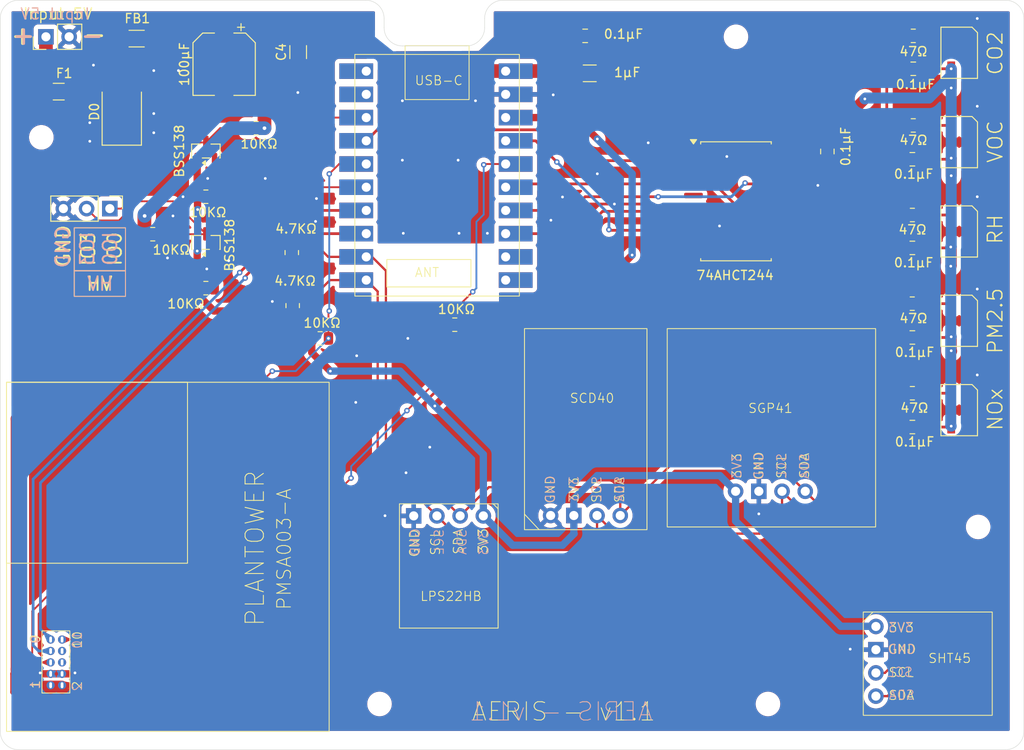
<source format=kicad_pcb>
(kicad_pcb (version 20241229) (generator "pcbnew") (generator_version "9.0")
  (layers (0 "F.Cu" signal) (2 "B.Cu" signal) (13 "F.Paste" user) (15 "B.Paste" user) (5 "F.SilkS" user "F.Silkscreen") (7 "B.SilkS" user "B.Silkscreen") (1 "F.Mask" user) (3 "B.Mask" user) (25 "Edge.Cuts" user))
  (net 0 "")
  (net 1 "+5V")
  (net 2 "GND")
  (net 3 "Net-(D2-DIN)")
  (net 4 "+3V3")
  (net 6 "Net-(D3-DIN)")
  (net 9 "Net-(D4-DIN)")
  (net 10 "Net-(D5-DIN)")
  (net 11 "SDA")
  (net 12 "SCL")
  (net 14 "Net-(J6-Pin_1)")
  (net 16 "GPIO19")
  (net 18 "RX")
  (net 19 "GPIO2")
  (net 20 "TX")
  (net 21 "GPIO14")
  (net 22 "GPIO3HV")
  (net 23 "GPIO0HV")
  (net 24 "GPIO0")
  (net 25 "GPIO3")
  (net 26 "CO2")
  (net 27 "VOC")
  (net 28 "RH")
  (net 29 "PM25")
  (net 30 "NOx")
  (net 31 "GPIO20")
  (net 32 "GPIO15")
  (net 33 "GPIO18")
  (net 34 "GPIO1")
  (net 45 "Net-(D0-A2)")
  (net 46 "Net-(D1-DIN)")
  (footprint "Resistor_SMD:R_0805_2012Metric" (layer "F.Cu") (at 57.5 59.5)
    (property "Reference" "R6" (hide yes))
    (property "Value" "10K" (hide yes))
  )
  (footprint "esp32-h2-supermini:SCD40-Breakout" (layer "F.Cu") (at 99.26 78.63)
    (property "Reference" "J4" (hide yes))
    (property "Value" "SCD40" (hide yes))
  )
  (footprint "MountingHole:MountingHole_2.2mm_M2" (layer "F.Cu") (at 39.5 43 90)
    (property "Reference" "H3" (hide yes))
    (property "Value" "MountingHole" (hide yes))
  )
  (footprint "Connector_PinHeader_2.54mm:PinHeader_1x03_P2.54mm_Vertical" (layer "F.Cu") (at 46.99 50.8 -90)
    (property "Reference" "J7" (hide yes))
    (property "Value" "OUT" (hide yes))
  )
  (footprint "Resistor_SMD:R_0805_2012Metric" (layer "F.Cu") (at 84.7325 63.5)
    (property "Reference" "R4" (hide yes))
    (property "Value" "10K" (hide yes))
  )
  (footprint "esp32-h2-supermini:LED_SK6812MINI_PLCC4_3.5x3.5mm_P1.75mm" (layer "F.Cu") (at 139.925 33.75 90)
    (property "Reference" "D1" (hide yes))
    (property "Value" "SK6812MINI" (hide yes))
  )
  (footprint "MountingHole:MountingHole_2.2mm_M2" (layer "F.Cu") (at 119 105 90)
    (property "Reference" "H1" (hide yes))
    (property "Value" "MountingHole" (hide yes))
  )
  (footprint "Fuse:Fuse_1206_3216Metric" (layer "F.Cu") (at 41.4 38)
    (property "Reference" "F1")
    (property "Value" "Fuse_Small" (hide yes))
  )
  (footprint "Connector_PinHeader_2.54mm:PinHeader_1x02_P2.54mm_Vertical" (layer "F.Cu") (at 40 32 90)
    (property "Reference" "J6" (hide yes))
    (property "Value" "USB-C Input" (hide yes))
  )
  (footprint "Package_TO_SOT_SMD:SOT-23" (layer "F.Cu") (at 57.5 54.5 90)
    (property "Reference" "Q2" (hide yes))
    (property "Value" "BSS138")
  )
  (footprint "Capacitor_SMD:C_0805_2012Metric" (layer "F.Cu") (at 134.8 64.9 180)
    (property "Reference" "C6" (hide yes))
    (property "Value" "0.1µF" (hide yes))
  )
  (footprint "MountingHole:MountingHole_2.2mm_M2" (layer "F.Cu") (at 76.5 105)
    (property "Reference" "H5" (hide yes))
    (property "Value" "MountingHole" (hide yes))
  )
  (footprint "Resistor_SMD:R_0805_2012Metric" (layer "F.Cu") (at 134.8 51.5)
    (property "Reference" "R11" (hide yes))
    (property "Value" "47R" (hide yes))
  )
  (footprint "Capacitor_SMD:CP_Elec_6.3x5.9" (layer "F.Cu") (at 59.5 35 -90)
    (property "Reference" "C3" (hide yes))
    (property "Value" "100µF")
  )
  (footprint "Resistor_SMD:R_0805_2012Metric" (layer "F.Cu") (at 134.9 31.9)
    (property "Reference" "R9" (hide yes))
    (property "Value" "47R" (hide yes))
  )
  (footprint "esp32-h2-supermini:LED_SK6812MINI_PLCC4_3.5x3.5mm_P1.75mm" (layer "F.Cu") (at 139.925 63.075 90)
    (property "Reference" "D4" (hide yes))
    (property "Value" "SK6812MINI" (hide yes))
  )
  (footprint "esp32-h2-supermini:SHT45-Breakout" (layer "F.Cu") (at 136.56 100.56 -90)
    (property "Reference" "J2" (hide yes))
    (property "Value" "SHT45")
  )
  (footprint "esp32-h2-supermini:SGP41-Breakout" (layer "F.Cu") (at 119.38 74.93)
    (property "Reference" "J5" (hide yes))
    (property "Value" "SGP41" (hide yes))
  )
  (footprint "Inductor_SMD:L_1206_3216Metric" (layer "F.Cu") (at 49.925 32.2 180)
    (property "Reference" "FB1")
    (property "Value" "FerriteBead" (hide yes))
  )
  (footprint "MountingHole:MountingHole_2.2mm_M2" (layer "F.Cu") (at 142 85.63 90)
    (property "Reference" "H2" (hide yes))
    (property "Value" "MountingHole" (hide yes))
  )
  (footprint "Capacitor_SMD:C_1206_3216Metric" (layer "F.Cu") (at 67.6 33.675 90)
    (property "Reference" "C4")
    (property "Value" "22µF")
  )
  (footprint "Capacitor_SMD:C_0805_2012Metric" (layer "F.Cu") (at 125.5 44.55 -90)
    (property "Reference" "C10" (hide yes))
    (property "Value" "0.1µF")
  )
  (footprint "MountingHole:MountingHole_2.2mm_M2" (layer "F.Cu") (at 115.5 32 90)
    (property "Reference" "H4" (hide yes))
    (property "Value" "MountingHole" (hide yes))
  )
  (footprint "Capacitor_SMD:C_1206_3216Metric" (layer "F.Cu") (at 99.5 36)
    (property "Reference" "C1" (hide yes))
    (property "Value" "1µF")
  )
  (footprint "Capacitor_SMD:C_0805_2012Metric" (layer "F.Cu") (at 99 31.9)
    (property "Reference" "C2" (hide yes))
    (property "Value" "0.1µF")
  )
  (footprint "esp32-h2-supermini:LED_SK6812MINI_PLCC4_3.5x3.5mm_P1.75mm" (layer "F.Cu") (at 139.925 43.525 90)
    (property "Reference" "D2" (hide yes))
    (property "Value" "SK6812MINI" (hide yes))
  )
  (footprint "esp32-h2-supermini:ESP32C6-Supermini" (layer "F.Cu") (at 73.8 60.37)
    (property "Reference" "U1" (hide yes))
    (property "Value" "ESP32-C6-SUPERMINI")
  )
  (footprint "esp32-h2-supermini:PLANTOWER_PMSA003-A" (layer "F.Cu") (at 53.34 88.9 90)
    (property "Reference" "J1" (hide yes))
    (property "Value" "PMSA003A" (hide yes))
  )
  (footprint "esp32-h2-supermini:LED_SK6812MINI_PLCC4_3.5x3.5mm_P1.75mm" (layer "F.Cu") (at 139.925 72.85 90)
    (property "Reference" "D5" (hide yes))
    (property "Value" "SK6812MINI" (hide yes))
  )
  (footprint "Resistor_SMD:R_0805_2012Metric" (layer "F.Cu") (at 70 65 180)
    (property "Reference" "R3" (hide yes))
    (property "Value" "10K" (hide yes))
  )
  (footprint "Resistor_SMD:R_0805_2012Metric" (layer "F.Cu") (at 134.9 41.7)
    (property "Reference" "R10" (hide yes))
    (property "Value" "47R" (hide yes))
  )
  (footprint "Diode_SMD:D_SMB" (layer "F.Cu") (at 48.3 40.2 90)
    (property "Reference" "D0")
    (property "Value" "D_TVS" (hide yes))
  )
  (footprint "Resistor_SMD:R_0805_2012Metric" (layer "F.Cu") (at 51.6875 53.6)
    (property "Reference" "R8" (hide yes))
    (property "Value" "10K" (hide yes))
  )
  (footprint "esp32-h2-supermini:LED_SK6812MINI_PLCC4_3.5x3.5mm_P1.75mm" (layer "F.Cu") (at 139.925 53.3 90)
    (property "Reference" "D3" (hide yes))
    (property "Value" "SK6812MINI" (hide yes))
  )
  (footprint "Package_SO:SOIC-20W_7.5x12.8mm_P1.27mm" (layer "F.Cu") (at 115.5 50)
    (property "Reference" "U2" (hide yes))
    (property "Value" "74AHCT244")
  )
  (footprint "Package_TO_SOT_SMD:SOT-23" (layer "F.Cu") (at 57.5 44.5 90)
    (property "Reference" "Q1" (hide yes))
    (property "Value" "BSS138")
  )
  (footprint "Resistor_SMD:R_0805_2012Metric" (layer "F.Cu") (at 66.9 55.6125 90)
    (property "Reference" "R1" (hide yes))
    (property "Value" "4.7K" (hide yes))
  )
  (footprint "Resistor_SMD:R_0805_2012Metric" (layer "F.Cu") (at 134.8 71)
    (property "Reference" "R13" (hide yes))
    (property "Value" "47R" (hide yes))
  )
  (footprint "Capacitor_SMD:C_0805_2012Metric" (layer "F.Cu") (at 134.8 74.7 180)
    (property "Reference" "C7" (hide yes))
    (property "Value" "0.1µF" (hide yes))
  )
  (footprint "Resistor_SMD:R_0805_2012Metric" (layer "F.Cu") (at 134.7875 61.2)
    (property "Reference" "R12" (hide yes))
    (property "Value" "47R" (hide yes))
  )
  (footprint "Resistor_SMD:R_0805_2012Metric" (layer "F.Cu") (at 57.5 49.5)
    (property "Reference" "R5" (hide yes))
    (property "Value" "10K" (hide yes))
  )
  (footprint "Capacitor_SMD:C_0805_2012Metric" (layer "F.Cu") (at 134.8 55.1 180)
    (property "Reference" "C5" (hide yes))
    (property "Value" "0.1µF" (hide yes))
  )
  (footprint "esp32-h2-supermini:LPS22HB-Breakout" (layer "F.Cu") (at 83.82 90.17 180)
    (property "Reference" "J3" (hide yes))
    (property "Value" "LPS22HB" (hide yes))
  )
  (footprint "Resistor_SMD:R_0805_2012Metric" (layer "F.Cu") (at 63 42 180)
    (property "Reference" "R7" (hide yes))
    (property "Value" "10K" (hide yes))
  )
  (footprint "Capacitor_SMD:C_0805_2012Metric" (layer "F.Cu") (at 134.8 45.4 180)
    (property "Reference" "C9" (hide yes))
    (property "Value" "0.1µF" (hide yes))
  )
  (footprint "Resistor_SMD:R_0805_2012Metric" (layer "F.Cu") (at 67 61.4125 -90)
    (property "Reference" "R2" (hide yes))
    (property "Value" "4.7K" (hide yes))
  )
  (footprint "Capacitor_SMD:C_0805_2012Metric" (layer "F.Cu") (at 134.9 35.5 180)
    (property "Reference" "C8" (hide yes))
    (property "Value" "0.1µF" (hide yes))
  )
  (gr_line (start 73.9 51.1) (end 74 51) (stroke (width 0.2)) (layer "F.Cu") (net 20))
  (gr_rect (start 43.1 57.6) (end 48.7 60.4) (stroke (width 0.1)) (fill no) (layer "F.SilkS"))
  (gr_rect (start 43.1 52.9) (end 48.7 57.6) (stroke (width 0.1)) (fill no) (layer "F.SilkS"))
  (gr_rect (start 43.1 52.9) (end 48.7 57.6) (stroke (width 0.1)) (fill no) (layer "B.SilkS"))
  (gr_rect (start 43.1 57.6) (end 48.7 60.4) (stroke (width 0.1)) (fill no) (layer "B.SilkS"))
  (gr_arc (start 147 108) (mid 146.414214 109.414214) (end 145 110) (stroke (width 0.05)) (layer "Edge.Cuts"))
  (gr_arc (start 35 30) (mid 35.585786 28.585786) (end 37 28) (stroke (width 0.05)) (layer "Edge.Cuts"))
  (gr_arc (start 145 28) (mid 146.414214 28.585786) (end 147 30) (stroke (width 0.05)) (layer "Edge.Cuts"))
  (gr_arc (start 79 33.0001) (mid 77.578662 32.407195) (end 77 30.98) (stroke (width 0.05)) (layer "Edge.Cuts"))
  (gr_line (start 145 110) (end 37 110) (stroke (width 0.05)) (layer "Edge.Cuts"))
  (gr_arc (start 75 28) (mid 76.414214 28.585786) (end 77 30) (stroke (width 0.05)) (layer "Edge.Cuts"))
  (gr_arc (start 88 30) (mid 88.585786 28.585786) (end 90 28) (stroke (width 0.05)) (layer "Edge.Cuts"))
  (gr_line (start 145 28) (end 90 28) (stroke (width 0.05)) (layer "Edge.Cuts"))
  (gr_arc (start 37 110) (mid 35.585786 109.414214) (end 35 108) (stroke (width 0.05)) (layer "Edge.Cuts"))
  (gr_line (start 35 30) (end 35 108) (stroke (width 0.05)) (layer "Edge.Cuts"))
  (gr_line (start 77 30) (end 77 30.98) (stroke (width 0.05)) (layer "Edge.Cuts"))
  (gr_line (start 88 31) (end 88 30) (stroke (width 0.05)) (layer "Edge.Cuts"))
  (gr_line (start 37 28) (end 75 28) (stroke (width 0.05)) (layer "Edge.Cuts"))
  (gr_line (start 79 33.0001) (end 86 33) (stroke (width 0.05)) (layer "Edge.Cuts"))
  (gr_line (start 147 30) (end 147 108) (stroke (width 0.05)) (layer "Edge.Cuts"))
  (gr_arc (start 88 31) (mid 87.414214 32.414214) (end 86 33) (stroke (width 0.05)) (layer "Edge.Cuts"))
  (gr_text "4.7KΩ" (at 64.9 59.3 0) (layer "F.SilkS") (effects (font (size 1 1)) (justify left bottom)))
  (gr_text "0.1µF" (at 132.8 67.1 0) (layer "F.SilkS") (effects (font (size 1 1)) (justify left bottom)))
  (gr_text "0.1µF" (at 132.8 76.9 0) (layer "F.SilkS") (effects (font (size 1 1)) (justify left bottom)))
  (gr_text "47Ω" (at 133.3 43.9 0) (layer "F.SilkS") (effects (font (size 1 1)) (justify left bottom)))
  (gr_text "10KΩ" (at 55.6 51.8 0) (layer "F.SilkS") (effects (font (size 1 1)) (justify left bottom)))
  (gr_text "47Ω" (at 133.2 53.7 0) (layer "F.SilkS") (effects (font (size 1 1)) (justify left bottom)))
  (gr_text "10KΩ" (at 51.6 55.9 0) (layer "F.SilkS") (effects (font (size 1 1)) (justify left bottom)))
  (gr_text "0.1µF" (at 132.7 57.3 0) (layer "F.SilkS") (effects (font (size 1 1)) (justify left bottom)))
  (gr_text "47Ω" (at 133.3 34.2 0) (layer "F.SilkS") (effects (font (size 1 1)) (justify left bottom)))
  (gr_text "10KΩ" (at 53.2 61.8 0) (layer "F.SilkS") (effects (font (size 1 1)) (justify left bottom)))
  (gr_text "NOx" (at 144.8 75.2 90) (layer "F.SilkS") (effects (font (size 1.6 1.6)) (justify left bottom)))
  (gr_text "-" (at 43.9 32.9 0) (layer "F.SilkS") (effects (font (size 2 2) (thickness 0.3) (bold yes)) (justify left bottom)))
  (gr_text "10KΩ" (at 61.2 44.3 0) (layer "F.SilkS") (effects (font (size 1 1)) (justify left bottom)))
  (gr_text "PM2.5" (at 144.8 66.8 90) (layer "F.SilkS") (effects (font (size 1.6 1.6)) (justify left bottom)))
  (gr_text "10KΩ" (at 82.8 62.4 0) (layer "F.SilkS") (effects (font (size 1 1)) (justify left bottom)))
  (gr_text "HV" (at 44.3 59.9 0) (layer "F.SilkS") (effects (font (size 1.5 1.5) (thickness 0.2)) (justify left bottom)))
  (gr_text "VOC" (at 144.8 45.9 90) (layer "F.SilkS") (effects (font (size 1.6 1.6)) (justify left bottom)))
  (gr_text "GND" (at 42.8 57.3 90) (layer "F.SilkS") (effects (font (size 1.5 1.5) (thickness 0.2)) (justify left bottom)))
  (gr_text "CO2" (at 144.8 36.3 90) (layer "F.SilkS") (effects (font (size 1.6 1.6)) (justify left bottom)))
  (gr_text "0.1µF" (at 132.9 37.8 0) (layer "F.SilkS") (effects (font (size 1 1)) (justify left bottom)))
  (gr_text "47Ω" (at 133.3 63.4 0) (layer "F.SilkS") (effects (font (size 1 1)) (justify left bottom)))
  (gr_text "IO0" (at 48.4 57.2 90) (layer "F.SilkS") (effects (font (size 1.5 1.5) (thickness 0.2)) (justify left bottom)))
  (gr_text "10KΩ" (at 68.1 63.9 0) (layer "F.SilkS") (effects (font (size 1 1)) (justify left bottom)))
  (gr_text "0.1µF" (at 132.7 47.6 0) (layer "F.SilkS") (effects (font (size 1 1)) (justify left bottom)))
  (gr_text "Input 5V" (at 37.4 30.2 0) (layer "F.SilkS") (effects (font (size 1.2 1.2)) (justify left bottom)))
  (gr_text "+" (at 36 33 0) (layer "F.SilkS") (effects (font (size 2 2) (thickness 0.3) (bold yes)) (justify left bottom)))
  (gr_text "RH" (at 144.8 54.8 90) (layer "F.SilkS") (effects (font (size 1.6 1.6)) (justify left bottom)))
  (gr_text "4.7KΩ" (at 65 53.6 0) (layer "F.SilkS") (effects (font (size 1 1)) (justify left bottom)))
  (gr_text "47Ω" (at 133.4 73.2 0) (layer "F.SilkS") (effects (font (size 1 1)) (justify left bottom)))
  (gr_text "IO3" (at 45.5 57.2 90) (layer "F.SilkS") (effects (font (size 1.5 1.5) (thickness 0.2)) (justify left bottom)))
  (gr_text "AERIS - v1.1" (at 86.5 107 0) (layer "F.SilkS") (effects (font (size 2 2) (thickness 0.1)) (justify left bottom)))
  (gr_text "2" (at 44 102.6 90) (layer "B.SilkS") (effects (font (size 1 1) (thickness 0.1)) (justify left bottom mirror)))
  (gr_text "SCL" (at 100.859 80 90) (layer "B.SilkS") (effects (font (size 1 1) (thickness 0.1)) (justify left bottom mirror)))
  (gr_text "GND" (at 118.579 77.4 90) (layer "B.SilkS") (effects (font (size 1 1) (thickness 0.1)) (justify left bottom mirror)))
  (gr_text "SDA" (at 123.579 77.5 90) (layer "B.SilkS") (effects (font (size 1 1) (thickness 0.1)) (justify left bottom mirror)))
  (gr_text "SCL" (at 134.9 102.1 0) (layer "B.SilkS") (effects (font (size 1 1) (thickness 0.1)) (justify left bottom mirror)))
  (gr_text "HV" (at 47.5 59.9 -0) (layer "B.SilkS") (effects (font (size 1.5 1.5) (thickness 0.2)) (justify left bottom mirror)))
  (gr_text "3V3" (at 135 97.2 0) (layer "B.SilkS") (effects (font (size 1 1) (thickness 0.1)) (justify left bottom mirror)))
  (gr_text "-" (at 46.5 33 -0) (layer "B.SilkS") (effects (font (size 2 2) (thickness 0.3) (bold yes)) (justify left bottom mirror)))
  (gr_text "GND" (at 42.7 52.6 90) (layer "B.SilkS") (effects (font (size 1.5 1.5) (thickness 0.2)) (justify left bottom mirror)))
  (gr_text "Input 5V" (at 44.9 30.2 0) (layer "B.SilkS") (effects (font (size 1.2 1.2)) (justify left bottom mirror)))
  (gr_text "GND" (at 81 85.7 90) (layer "B.SilkS") (effects (font (size 1 1) (thickness 0.1)) (justify left bottom mirror)))
  (gr_text "AERIS - v1.1" (at 106.5 107 0) (layer "B.SilkS") (effects (font (size 2 2) (thickness 0.1)) (justify left bottom mirror)))
  (gr_text "IO0" (at 47.9 53.2 90) (layer "B.SilkS") (effects (font (size 1.5 1.5) (thickness 0.2)) (justify left bottom mirror)))
  (gr_text "SCL" (at 83.6 85.8 90) (layer "B.SilkS") (effects (font (size 1 1) (thickness 0.1)) (justify left bottom mirror)))
  (gr_text "GND" (at 135.2 99.6 0) (layer "B.SilkS") (effects (font (size 1 1) (thickness 0.1)) (justify left bottom mirror)))
  (gr_text "1" (at 39.4 102.4 90) (layer "B.SilkS") (effects (font (size 1 1) (thickness 0.1)) (justify left bottom mirror)))
  (gr_text "SCL" (at 121.079 77.5 90) (layer "B.SilkS") (effects (font (size 1 1) (thickness 0.1)) (justify left bottom mirror)))
  (gr_text "3V3" (at 116.179 77.5 90) (layer "B.SilkS") (effects (font (size 1 1) (thickness 0.1)) (justify left bottom mirror)))
  (gr_text "9" (at 39.5 97.4 90) (layer "B.SilkS") (effects (font (size 1 1) (thickness 0.1)) (justify left bottom mirror)))
  (gr_text "10" (at 44 97 90) (layer "B.SilkS") (effects (font (size 1 1) (thickness 0.1)) (justify left bottom mirror)))
  (gr_text "GND" (at 95.779 79.92 90) (layer "B.SilkS") (effects (font (size 1 1) (thickness 0.1)) (justify left bottom mirror)))
  (gr_text "3V3" (at 98.379 80.02 90) (layer "B.SilkS") (effects (font (size 1 1) (thickness 0.1)) (justify left bottom mirror)))
  (gr_text "SDA" (at 135.1 104.6 0) (layer "B.SilkS") (effects (font (size 1 1) (thickness 0.1)) (justify left bottom mirror)))
  (gr_text "SDA" (at 103.359 80 90) (layer "B.SilkS") (effects (font (size 1 1) (thickness 0.1)) (justify left bottom mirror)))
  (gr_text "+" (at 39 33 -0) (layer "B.SilkS") (effects (font (size 2 2) (thickness 0.3) (bold yes)) (justify left bottom mirror)))
  (gr_text "SDA" (at 86.1 85.8 90) (layer "B.SilkS") (effects (font (size 1 1) (thickness 0.1)) (justify left bottom mirror)))
  (gr_text "3V3" (at 88.5 85.9 90) (layer "B.SilkS") (effects (font (size 1 1) (thickness 0.1)) (justify left bottom mirror)))
  (gr_text "IO3" (at 45.4 53.2 90) (layer "B.SilkS") (effects (font (size 1.5 1.5) (thickness 0.2)) (justify left bottom mirror)))
  (segment (start 102.3 41.2) (end 98.025 36.925) (width 1.5) (layer "F.Cu") (net 1))
  (segment (start 37.95 102.95) (end 37.25 102.25) (width 1.5) (layer "F.Cu") (net 1))
  (segment (start 139.05 57.05) (end 139 57.1) (width 1.2) (layer "F.Cu") (net 1))
  (segment (start 138.975 64.9) (end 139.05 64.825) (width 0.3) (layer "F.Cu") (net 1))
  (segment (start 36.9 73.8) (end 50.775 59.925) (width 1.5) (layer "F.Cu") (net 1))
  (segment (start 138.95 74.7) (end 139.05 74.6) (width 0.3) (layer "F.Cu") (net 1))
  (segment (start 139.05 55.05) (end 139.05 57.05) (width 1.2) (layer "F.Cu") (net 1))
  (segment (start 64.1 32.2) (end 67.4 32.2) (width 1.5) (layer "F.Cu") (net 1))
  (segment (start 43.15 102.95) (end 41.765 102.95) (width 0.6) (layer "F.Cu") (net 1))
  (segment (start 67.4 32.2) (end 74.9 32.2) (width 1.5) (layer "F.Cu") (net 1))
  (segment (start 43.2 103) (end 43.15 102.95) (width 0.6) (layer "F.Cu") (net 1))
  (segment (start 38.8 103.7) (end 41.9 103.7) (width 0.6) (layer "F.Cu") (net 1))
  (segment (start 135.75 64.9) (end 138.975 64.9) (width 0.3) (layer "F.Cu") (net 1))
  (segment (start 42.6 103.6) (end 43.2 103) (width 0.6) (layer "F.Cu") (net 1))
  (segment (start 139.05 45.275) (end 139.05 47.2) (width 1.2) (layer "F.Cu") (net 1))
  (segment (start 125.5 42.9) (end 129.6 38.8) (width 1.2) (layer "F.Cu") (net 1))
  (segment (start 50.775 53.6) (end 50.775 51.625) (width 1.5) (layer "F.Cu") (net 1))
  (segment (start 74.9 32.2) (end 78.45 35.75) (width 1.5) (layer "F.Cu") (net 1))
  (segment (start 38.5 103.7) (end 38.8 103.7) (width 0.6) (layer "F.Cu") (net 1))
  (segment (start 37 103.7) (end 36.4 103.7) (width 0.6) (layer "F.Cu") (net 1))
  (segment (start 118.15 43.65) (end 115.7 41.2) (width 1.5) (layer "F.Cu") (net 1))
  (segment (start 120.754 43.6) (end 125.5 43.6) (width 1.5) (layer "F.Cu") (net 1))
  (segment (start 135.75 74.7) (end 138.95 74.7) (width 0.3) (layer "F.Cu") (net 1))
  (segment (start 38.8 103.7) (end 38.7 103.7) (width 0.6) (layer "F.Cu") (net 1))
  (segment (start 139.05 37.6) (end 139.05 35.5) (width 1.2) (layer "F.Cu") (net 1))
  (segment (start 98.05 35.975) (end 98.025 36) (width 1.5) (layer "F.Cu") (net 1))
  (segment (start 36.4 103.7) (end 36.4 101.7) (width 0.6) (layer "F.Cu") (net 1))
  (segment (start 139 55.1) (end 139.05 55.05) (width 0.3) (layer "F.Cu") (net 1))
  (segment (start 135.75 55.1) (end 139 55.1) (width 0.3) (layer "F.Cu") (net 1))
  (segment (start 139.1 66.4) (end 139.05 66.35) (width 1.2) (layer "F.Cu") (net 1))
  (segment (start 98.025 36.925) (end 98.025 36) (width 1.5) (layer "F.Cu") (net 1))
  (segment (start 50.775 51.625) (end 50.8 51.6) (width 1.5) (layer "F.Cu") (net 1))
  (segment (start 97.775 35.75) (end 98.025 36) (width 1.5) (layer "F.Cu") (net 1))
  (segment (start 63.9125 42) (end 63.9125 32.3875) (width 1.5) (layer "F.Cu") (net 1))
  (segment (start 98.05 31.9) (end 98.05 35.975) (width 1.5) (layer "F.Cu") (net 1))
  (segment (start 78.45 35.75) (end 97.775 35.75) (width 1.5) (layer "F.Cu") (net 1))
  (segment (start 40.515 102.95) (end 37.95 102.95) (width 1) (layer "F.Cu") (net 1))
  (segment (start 37.95 103.15) (end 38.5 103.7) (width 0.6) (layer "F.Cu") (net 1))
  (segment (start 115.7 41.2) (end 102.3 41.2) (width 1.5) (layer "F.Cu") (net 1))
  (segment (start 36.9 101.9) (end 36.9 101.2) (width 1.5) (layer "F.Cu") (net 1))
  (segment (start 50.775 59.925) (end 50.775 53.6) (width 1.5) (layer "F.Cu") (net 1))
  (segment (start 118.15 43.65) (end 120.704 43.65) (width 1.5) (layer "F.Cu") (net 1))
  (segment (start 63.9125 32.3875) (end 64.1 32.2) (width 1.5) (layer "F.Cu") (net 1))
  (segment (start 51.5 32.2) (end 59.5 32.2) (width 1.5) (layer "F.Cu") (net 1))
  (segment (start 37.95 102.95) (end 37.95 103.15) (width 0.6) (layer "F.Cu") (net 1))
  (segment (start 59.5 32.2) (end 64.1 32.2) (width 1.5) (layer "F.Cu") (net 1))
  (segment (start 135.75 45.4) (end 138.925 45.4) (width 0.3) (layer "F.Cu") (net 1))
  (segment (start 139.05 64.825) (end 139.05 66.35) (width 1.2) (layer "F.Cu") (net 1))
  (segment (start 41.765 102.95) (end 40.515 102.95) (width 1) (layer "F.Cu") (net 1))
  (segment (start 37 102.5) (end 37.25 102.25) (width 0.6) (layer "F.Cu") (net 1))
  (segment (start 37.25 102.25) (end 36.9 101.9) (width 1.5) (layer "F.Cu") (net 1))
  (segment (start 135.85 35.5) (end 139.05 35.5) (width 0.3) (layer "F.Cu") (net 1))
  (segment (start 42 103.6) (end 42.6 103.6) (width 0.6) (layer "F.Cu") (net 1))
  (segment (start 36.4 101.7) (end 36.9 101.2) (width 0.6) (layer "F.Cu") (net 1))
  (segment (start 120.704 43.65) (end 120.754 43.6) (width 1.5) (layer "F.Cu") (net 1))
  (segment (start 41.9 103.7) (end 42 103.6) (width 0.6) (layer "F.Cu") (net 1))
  (segment (start 38.7 103.7) (end 36.9 101.9) (width 0.6) (layer "F.Cu") (net 1))
  (segment (start 125.5 43.6) (end 125.5 43.3) (width 0.2) (layer "F.Cu") (net 1))
  (segment (start 37 103.7) (end 37 102.5) (width 0.6) (layer "F.Cu") (net 1))
  (segment (start 138.925 45.4) (end 139.05 45.275) (width 0.3) (layer "F.Cu") (net 1))
  (segment (start 38.5 103.7) (end 37 103.7) (width 0.6) (layer "F.Cu") (net 1))
  (segment (start 36.9 101.2) (end 36.9 73.8) (width 1.5) (layer "F.Cu") (net 1))
  (segment (start 125.5 43.6) (end 125.5 42.9) (width 1.2) (layer "F.Cu") (net 1))
  (via (at 139.05 37.6) (size 0.6) (drill 0.3) (layers "F.Cu" "B.Cu") (net 1))
  (via (at 63.9125 42) (size 0.8) (drill 0.4) (layers "F.Cu" "B.Cu") (net 1))
  (via (at 139 55) (size 0.6) (drill 0.3) (layers "F.Cu" "B.Cu") (net 1))
  (via (at 139.05 64.825) (size 0.6) (drill 0.3) (layers "F.Cu" "B.Cu") (net 1))
  (via (at 139.05 45.275) (size 0.6) (drill 0.3) (layers "F.Cu" "B.Cu") (net 1))
  (via (at 50.8 51.6) (size 0.8) (drill 0.4) (layers "F.Cu" "B.Cu") (net 1))
  (via (at 139.05 66.35) (size 0.6) (drill 0.3) (layers "F.Cu" "B.Cu") (net 1))
  (via (at 129.6 38.8) (size 0.6) (drill 0.3) (layers "F.Cu" "B.Cu") (net 1))
  (via (at 139.05 47.2) (size 0.6) (drill 0.3) (layers "F.Cu" "B.Cu") (net 1))
  (via (at 139 57.1) (size 0.6) (drill 0.3) (layers "F.Cu" "B.Cu") (net 1))
  (via (at 139.05 74.6) (size 0.6) (drill 0.3) (layers "F.Cu" "B.Cu") (net 1))
  (via (at 139.05 35.5) (size 0.6) (drill 0.3) (layers "F.Cu" "B.Cu") (net 1))
  (segment (start 129.6 38.8) (end 129.7 38.7) (width 1.2) (layer "B.Cu") (net 1))
  (segment (start 139 64.775) (end 139 74.55) (width 1.2) (layer "B.Cu") (net 1))
  (segment (start 63.9125 42) (end 60.2 42) (width 1.5) (layer "B.Cu") (net 1))
  (segment (start 139.05 54.95) (end 139 55) (width 1.2) (layer "B.Cu") (net 1))
  (segment (start 50.8 51.4) (end 50.8 51.6) (width 1.5) (layer "B.Cu") (net 1))
  (segment (start 139.05 36.25) (end 139.05 35.5) (width 1.2) (layer "B.Cu") (net 1))
  (segment (start 139 74.55) (end 139.05 74.6) (width 1.2) (layer "B.Cu") (net 1))
  (segment (start 139 64.775) (end 139.05 64.825) (width 1.2) (layer "B.Cu") (net 1))
  (segment (start 136.6 38.7) (end 139.05 36.25) (width 1.2) (layer "B.Cu") (net 1))
  (segment (start 129.7 38.7) (end 136.6 38.7) (width 1.2) (layer "B.Cu") (net 1))
  (segment (start 60.2 42) (end 50.8 51.4) (width 1.5) (layer "B.Cu") (net 1))
  (segment (start 139 55) (end 139 64.775) (width 1.2) (layer "B.Cu") (net 1))
  (segment (start 139.05 35.5) (end 139.05 45.275) (width 1.2) (layer "B.Cu") (net 1))
  (segment (start 139.05 45.275) (end 139.05 54.95) (width 1.2) (layer "B.Cu") (net 1))
  (segment (start 40.515 101.7) (end 39.47 101.7) (width 0.8) (layer "F.Cu") (net 2))
  (segment (start 40.515 101.7) (end 41.765 101.7) (width 0.8) (layer "F.Cu") (net 2))
  (segment (start 41.765 101.7) (end 43.08 101.7) (width 0.8) (layer "F.Cu") (net 2))
  (segment (start 39.47 101.7) (end 39.37 101.6) (width 0.2) (layer "F.Cu") (net 2))
  (segment (start 43.08 101.7) (end 43.18 101.6) (width 0.2) (layer "F.Cu") (net 2))
  (via (at 74 66.9) (size 0.6) (drill 0.3) (layers "F.Cu" "B.Cu") (net 2))
  (via (at 79.6 65) (size 0.6) (drill 0.3) (layers "F.Cu" "B.Cu") (net 2))
  (via (at 77.1 84.4) (size 0.6) (drill 0.3) (layers "F.Cu" "B.Cu") (net 2))
  (via (at 114.5 45.1) (size 0.6) (drill 0.3) (layers "F.Cu" "B.Cu") (net 2))
  (via (at 102.2 50.3) (size 0.6) (drill 0.3) (layers "F.Cu" "B.Cu") (net 2))
  (via (at 79 39) (size 0.6) (drill 0.3) (layers "F.Cu" "B.Cu") (net 2))
  (via (at 45.2 35.1) (size 0.6) (drill 0.3) (layers "F.Cu" "B.Cu") (net 2))
  (via (at 69.5 52.2) (size 0.6) (drill 0.3) (layers "F.Cu" "B.Cu") (net 2))
  (via (at 141.9 49.5) (size 0.6) (drill 0.3) (layers "F.Cu" "B.Cu") (net 2))
  (via (at 55 49.5) (size 0.6) (drill 0.3) (layers "F.Cu" "B.Cu") (net 2))
  (via (at 57.6 57.4) (size 0.6) (drill 0.3) (layers "F.Cu" "B.Cu") (net 2))
  (via (at 82 76.9) (size 0.6) (drill 0.3) (layers "F.Cu" "B.Cu") (net 2))
  (via (at 64.77 60.96) (size 0.6) (drill 0.3) (layers "F.Cu" "B.Cu") (net 2))
  (via (at 85.1 45.5) (size 0.6) (drill 0.3) (layers "F.Cu" "B.Cu") (net 2))
  (via (at 73.9 72) (size 0.6) (drill 0.3) (layers "F.Cu" "B.Cu") (net 2))
  (via (at 128 99) (size 0.6) (drill 0.3) (layers "F.Cu" "B.Cu") (net 2))
  (via (at 141.9 59.6) (size 0.6) (drill 0.3) (layers "F.Cu" "B.Cu") (net 2))
  (via (at 54.5 35.7) (size 0.6) (drill 0.3) (layers "F.Cu" "B.Cu") (net 2))
  (via (at 100.33 46.99) (size 0.6) (drill 0.3) (layers "F.Cu" "B.Cu") (net 2))
  (via (at 69.6 49.7) (size 0.6) (drill 0.3) (layers "F.Cu" "B.Cu") (net 2))
  (via (at 39.37 101.6) (size 0.6) (drill 0.3) (layers "F.Cu" "B.Cu") (net 2))
  (via (at 60 56.5) (size 0.6) (drill 0.3) (layers "F.Cu" "B.Cu") (net 2))
  (via (at 67.564 38.1) (size 0.6) (drill 0.3) (layers "F.Cu" "B.Cu") (net 2))
  (via (at 79.4 79.7) (size 0.6) (drill 0.3) (layers "F.Cu" "B.Cu") (net 2))
  (via (at 43.18 101.6) (size 0.6) (drill 0.3) (layers "F.Cu" "B.Cu") (net 2))
  (via (at 88.3 53.5) (size 0.6) (drill 0.3) (layers "F.Cu" "B.Cu") (net 2))
  (via (at 113.7 52.7) (size 0.6) (drill 0.3) (layers "F.Cu" "B.Cu") (net 2))
  (via (at 141.9 30) (size 0.6) (drill 0.3) (layers "F.Cu" "B.Cu") (net 2))
  (via (at 118 84.2) (size 0.6) (drill 0.3) (layers "F.Cu" "B.Cu") (net 2))
  (via (at 44.8 41.4) (size 0.6) (drill 0.3) (layers "F.Cu" "B.Cu") (net 2))
  (via (at 79.1 53.5) (size 0.6) (drill 0.3) (layers "F.Cu" "B.Cu") (net 2))
  (via (at 141.9 39.6) (size 0.6) (drill 0.3) (layers "F.Cu" "B.Cu") (net 2))
  (via (at 53.9 51.6) (size 0.6) (drill 0.3) (layers "F.Cu" "B.Cu") (net 2))
  (via (at 53.3 56.2) (size 0.6) (drill 0.3) (layers "F.Cu" "B.Cu") (net 2))
  (via (at 141.9 69) (size 0.6) (drill 0.3) (layers "F.Cu" "B.Cu") (net 2))
  (via (at 51.8 42.5) (size 0.6) (drill 0.3) (layers "F.Cu" "B.Cu") (net 2))
  (via (at 95.25 52.07) (size 0.6) (drill 0.3) (layers "F.Cu" "B.Cu") (net 2))
  (via (at 44.8 43.432) (size 0.6) (drill 0.3) (layers "F.Cu" "B.Cu") (net 2))
  (via (at 57.7 47.5) (size 0.6) (drill 0.3) (layers "F.Cu" "B.Cu") (net 2))
  (via (at 79 45.5) (size 0.6) (drill 0.3) (layers "F.Cu" "B.Cu") (net 2))
  (via (at 51.8 35.7) (size 0.6) (drill 0.3) (layers "F.Cu" "B.Cu") (net 2))
  (via (at 87 39) (size 0.6) (drill 0.3) (layers "F.Cu" "B.Cu") (net 2))
  (via (at 96.52 49.53) (size 0.6) (drill 0.3) (layers "F.Cu" "B.Cu") (net 2))
  (via (at 64 47.5) (size 0.6) (drill 0.3) (layers "F.Cu" "B.Cu") (net 2))
  (via (at 85.2 53.5) (size 0.6) (drill 0.3) (layers "F.Cu" "B.Cu") (net 2))
  (via (at 51.8 40.4) (size 0.6) (drill 0.3) (layers "F.Cu" "B.Cu") (net 2))
  (via (at 124.46 48.26) (size 0.6) (drill 0.3) (layers "F.Cu" "B.Cu") (net 2))
  (via (at 95.504 38.354) (size 0.6) (drill 0.3) (layers "F.Cu" "B.Cu") (net 2))
  (via (at 105.9 43.6) (size 0.6) (drill 0.3) (layers "F.Cu" "B.Cu") (net 2))
  (segment (start 135.8125 41.7) (end 138.975 41.7) (width 0.3) (layer "F.Cu") (net 3))
  (segment (start 138.975 41.7) (end 139.05 41.775) (width 0.3) (layer "F.Cu") (net 3))
  (segment (start 65.975 56.525) (end 66.9 56.525) (width 0.8) (layer "F.Cu") (net 4))
  (segment (start 100.33 43.18) (end 97.99 40.84) (width 0.8) (layer "F.Cu") (net 4))
  (segment (start 56.55 59.4625) (end 56.5875 59.5) (width 0.8) (layer "F.Cu") (net 4))
  (segment (start 56.55 45.4375) (end 56.55 49.4625) (width 0.8) (layer "F.Cu") (net 4))
  (segment (start 60.5 62) (end 65.975 56.525) (width 0.8) (layer "F.Cu") (net 4))
  (segment (start 56.55 55.4375) (end 56.55 59.4625) (width 0.8) (layer "F.Cu") (net 4))
  (segment (start 69.0875 65) (end 69.0875 66.5475) (width 0.8) (layer "F.Cu") (net 4))
  (segment (start 69.0875 66.5475) (end 71.12 68.58) (width 0.8) (layer "F.Cu") (net 4))
  (segment (start 56.5875 49.5) (end 56.5875 50.8875) (width 0.8) (layer "F.Cu") (net 4))
  (segment (start 96.52 63.5) (end 104.14 55.88) (width 0.8) (layer "F.Cu") (net 4))
  (segment (start 58.3875 62) (end 56.5875 60.2) (width 0.8) (layer "F.Cu") (net 4))
  (segment (start 85.645 63.5) (end 96.52 63.5) (width 0.8) (layer "F.Cu") (net 4))
  (segment (start 97.99 40.84) (end 90.3 40.84) (width 0.8) (layer "F.Cu") (net 4))
  (segment (start 67 62.9125) (end 69.0875 65) (width 0.8) (layer "F.Cu") (net 4))
  (segment (start 67 62.325) (end 60.825 62.325) (width 0.8) (layer "F.Cu") (net 4))
  (segment (start 60.825 62.325) (end 60.5 62) (width 0.8) (layer "F.Cu") (net 4))
  (segment (start 67 62.325) (end 67 62.9125) (width 0.8) (layer "F.Cu") (net 4))
  (segment (start 56.5875 60.2) (end 56.5875 59.5) (width 0.8) (layer "F.Cu") (net 4))
  (segment (start 56.5875 50.8875) (end 56.6 50.9) (width 0.8) (layer "F.Cu") (net 4))
  (segment (start 60.5 62) (end 58.3875 62) (width 0.8) (layer "F.Cu") (net 4))
  (segment (start 82.55 72.39) (end 85.645 69.295) (width 0.8) (layer "F.Cu") (net 4))
  (segment (start 85.645 69.295) (end 85.645 63.5) (width 0.8) (layer "F.Cu") (net 4))
  (segment (start 56.55 49.4625) (end 56.5875 49.5) (width 0.8) (layer "F.Cu") (net 4))
  (via (at 56.55 55.4375) (size 0.6) (drill 0.3) (layers "F.Cu" "B.Cu") (net 4))
  (via (at 71.12 68.58) (size 0.7) (drill 0.3) (layers "F.Cu" "B.Cu") (net 4))
  (via (at 56.6 50.9) (size 0.6) (drill 0.3) (layers "F.Cu" "B.Cu") (net 4))
  (via (at 82.55 72.39) (size 0.7) (drill 0.3) (layers "F.Cu" "B.Cu") (net 4))
  (via (at 100.33 43.18) (size 0.7) (drill 0.3) (layers "F.Cu" "B.Cu") (net 4))
  (via (at 104.14 55.88) (size 0.7) (drill 0.3) (layers "F.Cu" "B.Cu") (net 4))
  (segment (start 130.79 96.5) (end 130.81 96.52) (width 0.8) (layer "B.Cu") (net 4))
  (segment (start 97.76 82.58) (end 100.33 80.01) (width 0.8) (layer "B.Cu") (net 4))
  (segment (start 91.07 87.63) (end 96.52 87.63) (width 0.8) (layer "B.Cu") (net 4))
  (segment (start 96.52 87.63) (end 97.79 86.36) (width 0.8) (layer "B.Cu") (net 4))
  (segment (start 56.6 55.3875) (end 56.55 55.4375) (width 0.8) (layer "B.Cu") (net 4))
  (segment (start 78.74 68.58) (end 82.55 72.39) (width 0.8) (layer "B.Cu") (net 4))
  (segment (start 87.86 84.42) (end 87.86 77.7) (width 0.8) (layer "B.Cu") (net 4))
  (segment (start 87.86 77.7) (end 82.55 72.39) (width 0.8) (layer "B.Cu") (net 4))
  (segment (start 71.12 68.58) (end 78.74 68.58) (width 0.8) (layer "B.Cu") (net 4))
  (segment (start 115.46 81.73) (end 115.46 84.98) (width 0.8) (layer "B.Cu") (net 4))
  (segment (start 97.76 84.38) (end 97.76 82.58) (width 0.8) (layer "B.Cu") (net 4))
  (segment (start 104.14 55.88) (end 104.14 46.99) (width 0.8) (layer "B.Cu") (net 4))
  (segment (start 87.86 84.42) (end 91.07 87.63) (width 0.8) (layer "B.Cu") (net 4))
  (segment (start 113.74 80.01) (end 115.46 81.73) (width 0.8) (layer "B.Cu") (net 4))
  (segment (start 56.6 50.9) (end 56.6 55.3875) (width 0.8) (layer "B.Cu") (net 4))
  (segment (start 126.98 96.5) (end 130.79 96.5) (width 0.8) (layer "B.Cu") (net 4))
  (segment (start 97.79 86.36) (end 97.76 86.33) (width 0.8) (layer "B.Cu") (net 4))
  (segment (start 97.76 86.33) (end 97.76 84.38) (width 0.8) (layer "B.Cu") (net 4))
  (segment (start 115.46 84.98) (end 126.98 96.5) (width 0.8) (layer "B.Cu") (net 4))
  (segment (start 104.14 46.99) (end 100.33 43.18) (width 0.8) (layer "B.Cu") (net 4))
  (segment (start 100.33 80.01) (end 113.74 80.01) (width 0.8) (layer "B.Cu") (net 4))
  (segment (start 139 51.5) (end 139.05 51.55) (width 0.3) (layer "F.Cu") (net 6))
  (segment (start 135.7125 51.5) (end 139 51.5) (width 0.3) (layer "F.Cu") (net 6))
  (segment (start 135.7 61.2) (end 138.925 61.2) (width 0.3) (layer "F.Cu") (net 9))
  (segment (start 138.925 61.2) (end 139.05 61.325) (width 0.3) (layer "F.Cu") (net 9))
  (segment (start 138.95 71) (end 139.05 71.1) (width 0.3) (layer "F.Cu") (net 10))
  (segment (start 135.7125 71) (end 138.95 71) (width 0.3) (layer "F.Cu") (net 10))
  (segment (start 134.6 101.62) (end 134.6 93.25) (width 0.25) (layer "F.Cu") (net 11))
  (segment (start 70.88 56.08) (end 69.5 54.7) (width 0.25) (layer "F.Cu") (net 11))
  (segment (start 120.09 78.74) (end 123.08 81.73) (width 0.25) (layer "F.Cu") (net 11))
  (segment (start 77.2 76.3) (end 85.32 84.42) (width 0.25) (layer "F.Cu") (net 11))
  (segment (start 77.2 57.6) (end 77.2 76.3) (width 0.25) (layer "F.Cu") (net 11))
  (segment (start 102.84 84.38) (end 108.48 78.74) (width 0.25) (layer "F.Cu") (net 11))
  (segment (start 69.5 54.7) (end 66.9 54.7) (width 0.25) (layer "F.Cu") (net 11))
  (segment (start 102.84 82.58) (end 102.84 84.38) (width 0.25) (layer "F.Cu") (net 11))
  (segment (start 130.81 104.14) (end 132.08 104.14) (width 0.25) (layer "F.Cu") (net 11))
  (segment (start 102.87 82.55) (end 102.84 82.58) (width 0.25) (layer "F.Cu") (net 11))
  (segment (start 75.05 56.08) (end 70.88 56.08) (width 0.25) (layer "F.Cu") (net 11))
  (segment (start 108.48 78.74) (end 120.09 78.74) (width 0.25) (layer "F.Cu") (net 11))
  (segment (start 75.68 56.08) (end 77.2 57.6) (width 0.25) (layer "F.Cu") (net 11))
  (segment (start 132.08 104.14) (end 134.6 101.62) (width 0.25) (layer "F.Cu") (net 11))
  (segment (start 75.05 56.08) (end 75.68 56.08) (width 0.25) (layer "F.Cu") (net 11))
  (segment (start 75.0425 56.0875) (end 75.05 56.08) (width 0.25) (layer "F.Cu") (net 11))
  (segment (start 134.6 93.25) (end 123.08 81.73) (width 0.25) (layer "F.Cu") (net 11))
  (segment (start 88.46 81.28) (end 101.6 81.28) (width 0.25) (layer "F.Cu") (net 11))
  (segment (start 85.32 84.42) (end 88.46 81.28) (width 0.25) (layer "F.Cu") (net 11))
  (segment (start 101.6 81.28) (end 102.87 82.55) (width 0.25) (layer "F.Cu") (net 11))
  (segment (start 100.3 84.38) (end 102.28 86.36) (width 0.25) (layer "F.Cu") (net 12))
  (segment (start 133.4 100) (end 131.8 101.6) (width 0.25) (layer "F.Cu") (net 12))
  (segment (start 71.08 58.62) (end 75.05 58.62) (width 0.25) (layer "F.Cu") (net 12))
  (segment (start 76.3 77.94) (end 82.78 84.42) (width 0.25) (layer "F.Cu") (net 12))
  (segment (start 100.3 86.39) (end 100.3 84.38) (width 0.25) (layer "F.Cu") (net 12))
  (segment (start 131.8 101.6) (end 130.81 101.6) (width 0.25) (layer "F.Cu") (net 12))
  (segment (start 87.26 88.9) (end 97.79 88.9) (width 0.25) (layer "F.Cu") (net 12))
  (segment (start 67 60.5) (end 69.2 60.5) (width 0.25) (layer "F.Cu") (net 12))
  (segment (start 69.2 60.5) (end 71.08 58.62) (width 0.25) (layer "F.Cu") (net 12))
  (segment (start 76.3 59.87) (end 76.3 77.94) (width 0.25) (layer "F.Cu") (net 12))
  (segment (start 75.05 58.62) (end 76.3 59.87) (width 0.25) (layer "F.Cu") (net 12))
  (segment (start 120.54 81.73) (end 133.4 94.59) (width 0.25) (layer "F.Cu") (net 12))
  (segment (start 118.11 86.36) (end 120.54 83.93) (width 0.25) (layer "F.Cu") (net 12))
  (segment (start 102.28 86.36) (end 118.11 86.36) (width 0.25) (layer "F.Cu") (net 12))
  (segment (start 120.54 83.93) (end 120.54 81.73) (width 0.25) (layer "F.Cu") (net 12))
  (segment (start 133.4 94.59) (end 133.4 100) (width 0.25) (layer "F.Cu") (net 12))
  (segment (start 82.78 84.42) (end 87.26 88.9) (width 0.25) (layer "F.Cu") (net 12))
  (segment (start 97.79 88.9) (end 100.3 86.39) (width 0.25) (layer "F.Cu") (net 12))
  (segment (start 40 32) (end 40 38) (width 1.5) (layer "F.Cu") (net 14))
  (segment (start 79.5 72.9) (end 83.82 68.58) (width 0.2) (layer "F.Cu") (net 16))
  (segment (start 87.9 46) (end 87.94 46) (width 0.2) (layer "F.Cu") (net 16))
  (segment (start 87.94 46) (end 88.02 45.92) (width 0.2) (layer "F.Cu") (net 16))
  (segment (start 83.82 62.78) (end 83.82 63.5) (width 0.2) (layer "F.Cu") (net 16))
  (segment (start 73.385 80.285) (end 55.72 97.95) (width 0.2) (layer "F.Cu") (net 16))
  (segment (start 88.02 45.92) (end 90.3 45.92) (width 0.2) (layer "F.Cu") (net 16))
  (segment (start 83.82 68.58) (end 83.82 63.5) (width 0.2) (layer "F.Cu") (net 16))
  (segment (start 86.7 59.9) (end 83.82 62.78) (width 0.2) (layer "F.Cu") (net 16))
  (segment (start 55.72 97.95) (end 41.765 97.95) (width 0.2) (layer "F.Cu") (net 16))
  (via (at 86.7 59.9) (size 0.6) (drill 0.3) (layers "F.Cu" "B.Cu") (net 16))
  (via (at 87.9 46) (size 0.6) (drill 0.3) (layers "F.Cu" "B.Cu") (net 16))
  (via (at 79.5 72.9) (size 0.6) (drill 0.3) (layers "F.Cu" "B.Cu") (net 16))
  (via (at 73.385 80.285) (size 0.6) (drill 0.3) (layers "F.Cu" "B.Cu") (net 16))
  (segment (start 87.1 59.5) (end 87.1 52.239892) (width 0.2) (layer "B.Cu") (net 16))
  (segment (start 79.5 72.9) (end 73.4 79) (width 0.2) (layer "B.Cu") (net 16))
  (segment (start 86.7 59.9) (end 87.1 59.5) (width 0.2) (layer "B.Cu") (net 16))
  (segment (start 73.4 79) (end 73.4 80.27) (width 0.2) (layer "B.Cu") (net 16))
  (segment (start 87.1 52.239892) (end 87.9 51.439892) (width 0.2) (layer "B.Cu") (net 16))
  (segment (start 87.9 51.439892) (end 87.9 46) (width 0.2) (layer "B.Cu") (net 16))
  (segment (start 73.4 80.27) (end 73.385 80.285) (width 0.2) (layer "B.Cu") (net 16))
  (segment (start 61.8 58.23063) (end 61.8 58.4) (width 0.3) (layer "F.Cu") (net 18))
  (segment (start 75.05 53.54) (end 66.49063 53.54) (width 0.3) (layer "F.Cu") (net 18))
  (segment (start 66.49063 53.54) (end 61.8 58.23063) (width 0.3) (layer "F.Cu") (net 18))
  (via (at 61.8 58.4) (size 0.6) (drill 0.3) (layers "F.Cu" "B.Cu") (net 18))
  (segment (start 61.8 58.4) (end 39.4 80.8) (width 0.3) (layer "B.Cu") (net 18))
  (segment (start 40.265 97.7) (end 40.515 97.95) (width 0.3) (layer "B.Cu") (net 18))
  (segment (start 40.265 97.665) (end 40.265 97.7) (width 0.3) (layer "B.Cu") (net 18))
  (segment (start 39.4 96.8) (end 40.265 97.665) (width 0.3) (layer "B.Cu") (net 18))
  (segment (start 39.4 80.8) (end 39.4 96.8) (width 0.3) (layer "B.Cu") (net 18))
  (segment (start 71 47) (end 72.08 45.92) (width 0.2) (layer "F.Cu") (net 19))
  (segment (start 39.25 100.45) (end 38.5 99.7) (width 0.2) (layer "F.Cu") (net 19))
  (segment (start 38.5 99.7) (end 38.5 94.85) (width 0.2) (layer "F.Cu") (net 19))
  (segment (start 70.9125 65) (end 70.9125 62.0875) (width 0.2) (layer "F.Cu") (net 19))
  (segment (start 40.515 100.45) (end 39.25 100.45) (width 0.2) (layer "F.Cu") (net 19))
  (segment (start 70.9125 62.0875) (end 71 62) (width 0.2) (layer "F.Cu") (net 19))
  (segment (start 72.08 45.92) (end 75.05 45.92) (width 0.2) (layer "F.Cu") (net 19))
  (segment (start 38.5 94.85) (end 64.77 68.58) (width 0.2) (layer "F.Cu") (net 19))
  (via (at 64.77 68.58) (size 0.6) (drill 0.3) (layers "F.Cu" "B.Cu") (net 19))
  (via (at 71 62) (size 0.6) (drill 0.3) (layers "F.Cu" "B.Cu") (net 19))
  (via (at 71 47) (size 0.6) (drill 0.3) (layers "F.Cu" "B.Cu") (net 19))
  (via (at 70.9125 65) (size 0.6) (drill 0.3) (layers "F.Cu" "B.Cu") (net 19))
  (segment (start 71 62) (end 71 47) (width 0.2) (layer "B.Cu") (net 19))
  (segment (start 64.77 68.58) (end 67.3325 68.58) (width 0.2) (layer "B.Cu") (net 19))
  (segment (start 67.3325 68.58) (end 70.9125 65) (width 0.2) (layer "B.Cu") (net 19))
  (segment (start 68 51) (end 61.2 57.8) (width 0.3) (layer "F.Cu") (net 20))
  (segment (start 75.05 51) (end 68 51) (width 0.3) (layer "F.Cu") (net 20))
  (via (at 61.2 57.8) (size 0.6) (drill 0.3) (layers "F.Cu" "B.Cu") (net 20))
  (segment (start 38.6 98.6) (end 39.2 99.2) (width 0.3) (layer "B.Cu") (net 20))
  (segment (start 39.2 99.2) (end 40.515 99.2) (width 0.3) (layer "B.Cu") (net 20))
  (segment (start 38.6 80.4) (end 38.6 98.6) (width 0.3) (layer "B.Cu") (net 20))
  (segment (start 61.2 57.8) (end 38.6 80.4) (width 0.3) (layer "B.Cu") (net 20))
  (segment (start 98.46 53.54) (end 100.9 51.1) (width 0.3) (layer "F.Cu") (net 21))
  (segment (start 108.2 51.1) (end 108.665 50.635) (width 0.3) (layer "F.Cu") (net 21))
  (segment (start 90.3 53.54) (end 98.46 53.54) (width 0.3) (layer "F.Cu") (net 21))
  (segment (start 100.9 51.1) (end 108.2 51.1) (width 0.3) (layer "F.Cu") (net 21))
  (segment (start 108.665 50.635) (end 110.85 50.635) (width 0.3) (layer "F.Cu") (net 21))
  (segment (start 57.5 53.5625) (end 53.9375 50) (width 0.2) (layer "F.Cu") (net 22))
  (segment (start 52.6 53.6) (end 57.4625 53.6) (width 0.2) (layer "F.Cu") (net 22))
  (segment (start 57.4625 53.6) (end 57.5 53.5625) (width 0.2) (layer "F.Cu") (net 22))
  (segment (start 53.9375 50) (end 50.092 50) (width 0.2) (layer "F.Cu") (net 22))
  (segment (start 50.092 50) (end 47.992 52.1) (width 0.2) (layer "F.Cu") (net 22))
  (segment (start 45.75 52.1) (end 44.45 50.8) (width 0.2) (layer "F.Cu") (net 22))
  (segment (start 47.992 52.1) (end 45.75 52.1) (width 0.2) (layer "F.Cu") (net 22))
  (segment (start 46.99 50.8) (end 48.26 50.8) (width 0.2) (layer "F.Cu") (net 23))
  (segment (start 59.0625 42) (end 62.0875 42) (width 0.2) (layer "F.Cu") (net 23))
  (segment (start 57.5 43.5625) (end 59.0625 42) (width 0.2) (layer "F.Cu") (net 23))
  (segment (start 48.26 50.8) (end 55.4975 43.5625) (width 0.2) (layer "F.Cu") (net 23))
  (segment (start 55.4975 43.5625) (end 57.5 43.5625) (width 0.2) (layer "F.Cu") (net 23))
  (segment (start 58.4125 49.5) (end 58.4125 45.475) (width 0.2) (layer "F.Cu") (net 24))
  (segment (start 75.05 40.84) (end 70.66 40.84) (width 0.2) (layer "F.Cu") (net 24))
  (segment (start 66.0625 45.4375) (end 58.45 45.4375) (width 0.2) (layer "F.Cu") (net 24))
  (segment (start 70.66 40.84) (end 66.0625 45.4375) (width 0.2) (layer "F.Cu") (net 24))
  (segment (start 58.4125 45.475) (end 58.45 45.4375) (width 0.2) (layer "F.Cu") (net 24))
  (segment (start 58.45 55.4375) (end 62.0625 55.4375) (width 0.2) (layer "F.Cu") (net 25))
  (segment (start 58.4125 55.475) (end 58.45 55.4375) (width 0.2) (layer "F.Cu") (net 25))
  (segment (start 62.0625 55.4375) (end 69.04 48.46) (width 0.2) (layer "F.Cu") (net 25))
  (segment (start 69.04 48.46) (end 75.05 48.46) (width 0.2) (layer "F.Cu") (net 25))
  (segment (start 58.4125 59.5) (end 58.4125 55.475) (width 0.2) (layer "F.Cu") (net 25))
  (segment (start 127.475 46.825) (end 132 42.3) (width 0.3) (layer "F.Cu") (net 26))
  (segment (start 132 33.8875) (end 133.9875 31.9) (width 0.3) (layer "F.Cu") (net 26))
  (segment (start 133.9 31.9) (end 133.9875 31.9) (width 0.3) (layer "F.Cu") (net 26))
  (segment (start 132 42.3) (end 132 33.8875) (width 0.3) (layer "F.Cu") (net 26))
  (segment (start 120.15 46.825) (end 127.475 46.825) (width 0.3) (layer "F.Cu") (net 26))
  (segment (start 120.15 49.365) (end 125.64352 49.365) (width 0.3) (layer "F.Cu") (net 27))
  (segment (start 125.64352 49.365) (end 133.30852 41.7) (width 0.3) (layer "F.Cu") (net 27))
  (segment (start 133.30852 41.7) (end 133.9875 41.7) (width 0.3) (layer "F.Cu") (net 27))
  (segment (start 120.15 51.905) (end 133.4825 51.905) (width 0.3) (layer "F.Cu") (net 28))
  (segment (start 133.4825 51.905) (end 133.8875 51.5) (width 0.3) (layer "F.Cu") (net 28))
  (segment (start 127.12 54.445) (end 133.875 61.2) (width 0.3) (layer "F.Cu") (net 29))
  (segment (start 120.15 54.445) (end 127.12 54.445) (width 0.3) (layer "F.Cu") (net 29))
  (segment (start 110.85 46.825) (end 111.874999 46.825) (width 0.3) (layer "F.Cu") (net 30))
  (segment (start 115.9 50.850001) (end 115.9 57.6) (width 0.3) (layer "F.Cu") (net 30))
  (segment (start 111.874999 46.825) (end 115.9 50.850001) (width 0.3) (layer "F.Cu") (net 30))
  (segment (start 115.9 57.6) (end 126 67.7) (width 0.3) (layer "F.Cu") (net 30))
  (segment (start 126 67.8) (end 129.2 71) (width 0.3) (layer "F.Cu") (net 30))
  (segment (start 129.2 71) (end 133.8875 71) (width 0.3) (layer "F.Cu") (net 30))
  (segment (start 126 67.7) (end 126 67.8) (width 0.3) (layer "F.Cu") (net 30))
  (segment (start 93.58 43.38) (end 90.3 43.38) (width 0.3) (layer "F.Cu") (net 31))
  (segment (start 101.675 53.175) (end 101.6 53.1) (width 0.3) (layer "F.Cu") (net 31))
  (segment (start 110.85 53.175) (end 101.675 53.175) (width 0.3) (layer "F.Cu") (net 31))
  (segment (start 95.9 45.7) (end 93.58 43.38) (width 0.3) (layer "F.Cu") (net 31))
  (via (at 101.6 53.1) (size 0.6) (drill 0.3) (layers "F.Cu" "B.Cu") (net 31))
  (via (at 95.9 45.7) (size 0.6) (drill 0.3) (layers "F.Cu" "B.Cu") (net 31))
  (segment (start 101.6 53.1) (end 101.6 51.4) (width 0.3) (layer "B.Cu") (net 31))
  (segment (start 101.6 51.4) (end 95.9 45.7) (width 0.3) (layer "B.Cu") (net 31))
  (segment (start 99 49.5) (end 106.68 49.5) (width 0.3) (layer "F.Cu") (net 32))
  (segment (start 90.3 51) (end 97.5 51) (width 0.3) (layer "F.Cu") (net 32))
  (segment (start 120.15 48.095) (end 116.595 48.095) (width 0.3) (layer "F.Cu") (net 32))
  (segment (start 97.5 51) (end 99 49.5) (width 0.3) (layer "F.Cu") (net 32))
  (via (at 107 49.5) (size 0.6) (drill 0.3) (layers "F.Cu" "B.Cu") (net 32))
  (via (at 116.5 48) (size 0.6) (drill 0.3) (layers "F.Cu" "B.Cu") (net 32))
  (segment (start 107 49.5) (end 115 49.5) (width 0.3) (layer "B.Cu") (net 32))
  (segment (start 106.68 49.5) (end 107 49.5) (width 0.3) (layer "B.Cu") (net 32))
  (segment (start 115 49.5) (end 116.5 48) (width 0.3) (layer "B.Cu") (net 32))
  (segment (start 90.665 48.095) (end 110.85 48.095) (width 0.3) (layer "F.Cu") (net 33))
  (segment (start 90.3 48.46) (end 90.665 48.095) (width 0.2) (layer "F.Cu") (net 33))
  (segment (start 76.251 42.179) (end 94.879 42.179) (width 0.3) (layer "F.Cu") (net 34))
  (segment (start 75.05 43.38) (end 76.251 42.179) (width 0.3) (layer "F.Cu") (net 34))
  (segment (start 94.879 42.179) (end 98.255 45.555) (width 0.3) (layer "F.Cu") (net 34))
  (segment (start 98.255 45.555) (end 110.85 45.555) (width 0.3) (layer "F.Cu") (net 34))
  (segment (start 48.3 38.05) (end 48.3 32.25) (width 1.5) (layer "F.Cu") (net 45))
  (segment (start 48.25 38) (end 48.3 38.05) (width 1.5) (layer "F.Cu") (net 45))
  (segment (start 42.8 38) (end 48.25 38) (width 1.5) (layer "F.Cu") (net 45))
  (segment (start 48.3 32.25) (end 48.35 32.2) (width 1.5) (layer "F.Cu") (net 45))
  (segment (start 138.95 31.9) (end 139.05 32) (width 0.3) (layer "F.Cu") (net 46))
  (segment (start 135.8125 31.9) (end 138.95 31.9) (width 0.3) (layer "F.Cu") (net 46))
  (zone (net 2) (net_name "GND") (layers "F.Cu" "B.Cu") (connect_pads (clearance 0.5)) (min_thickness 0.25) (fill yes (thermal_gap 0.5) (thermal_bridge_width 0.5))
    (polygon (pts (xy 145.45 76.2) (xy 145.45 107.95) (xy 73.06 107.95) (xy 36.23 107.95) (xy 36.23 69.85) (xy 36.23 29.21) (xy 76 29.21) (xy 76 32) (xy 77.985999 33.585999) (xy 87.354884 33.545116) (xy 89 32) (xy 89 29.21) (xy 145.45 29.21)))
    (polygon (pts (xy 75.6 60.96) (xy 89.57 60.96) (xy 89.57 54.61) (xy 75.6 54.61)))
  )
)
</source>
